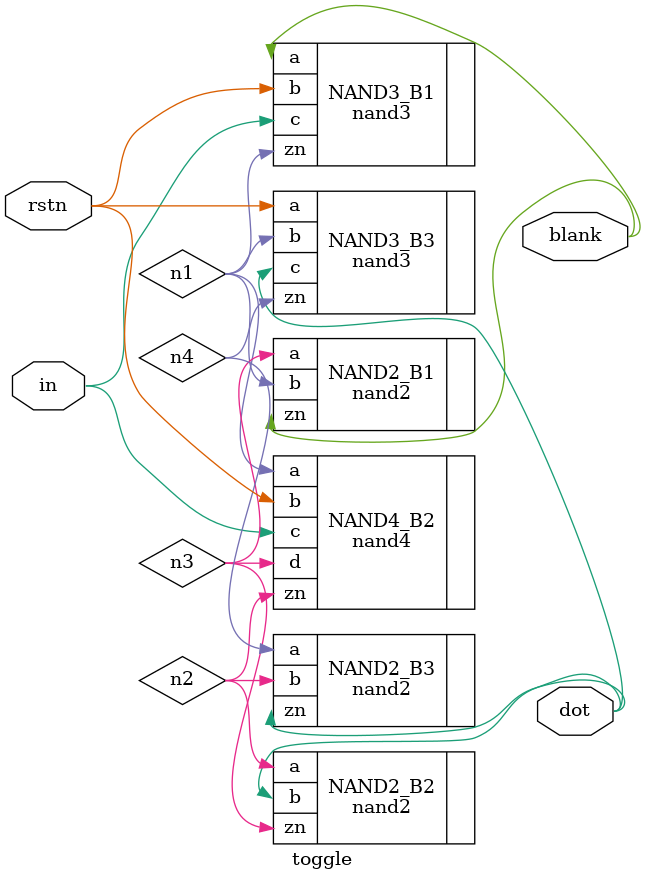
<source format=v>



module toggle(/*AUTOARG*/
   // Outputs
   dot, blank,
   // Inputs
   in, rstn
   );
   input in;
   output dot;
   output blank;

   input  rstn;

   nand2 NAND2_B1(.a(n3),.b(n1),.zn(blank));
   nand3 NAND3_B1(.a(blank),.b(rstn),.c(in),.zn(n1));

   nand4 NAND4_B2(.a(n1),.b(rstn),.c(in),.d(n3),.zn(n2));
   nand2 NAND2_B2(.a(n2),.b(dot),.zn(n3));

   nand3 NAND3_B3(.a(rstn),.b(n1),.c(dot),.zn(n4));
   nand2 NAND2_B3(.a(n4),.b(n2),.zn(dot));





endmodule

</source>
